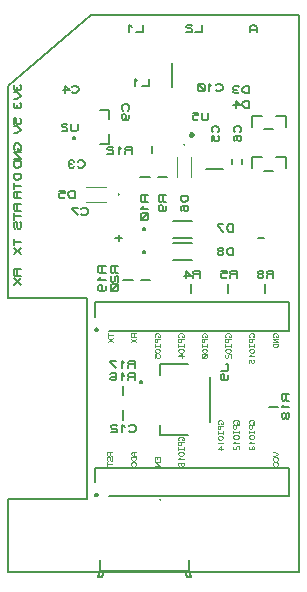
<source format=gbr>
G04 PROTEUS GERBER X2 FILE*
%TF.GenerationSoftware,Labcenter,Proteus,8.16-SP3-Build36097*%
%TF.CreationDate,2024-09-26T16:34:03+00:00*%
%TF.FileFunction,Legend,Bot*%
%TF.FilePolarity,Positive*%
%TF.Part,Single*%
%TF.SameCoordinates,{f118cff8-fadb-4bc5-a17f-1c91f2e22e42}*%
%FSLAX45Y45*%
%MOMM*%
G01*
%TA.AperFunction,Material*%
%ADD62C,0.200000*%
%ADD63C,0.177800*%
%ADD64C,0.127000*%
%ADD66C,0.100000*%
%ADD68C,0.250000*%
%TA.AperFunction,NonMaterial*%
%ADD65C,0.127000*%
%ADD67C,0.076200*%
%TA.AperFunction,Profile*%
%ADD41C,0.177800*%
%TD.AperFunction*%
D62*
X+877000Y+3058000D02*
X+877000Y+2978000D01*
D63*
X+949952Y+3109494D02*
X+949952Y+3170454D01*
X+902327Y+3170454D01*
X+892802Y+3160294D01*
X+892802Y+3150134D01*
X+902327Y+3139974D01*
X+949952Y+3139974D01*
X+902327Y+3139974D02*
X+892802Y+3129814D01*
X+892802Y+3109494D01*
X+816602Y+3129814D02*
X+873752Y+3129814D01*
X+835652Y+3170454D01*
X+835652Y+3109494D01*
D62*
X+1190000Y+3058000D02*
X+1190000Y+2978000D01*
D63*
X+1262478Y+3109916D02*
X+1262478Y+3170876D01*
X+1214853Y+3170876D01*
X+1205328Y+3160716D01*
X+1205328Y+3150556D01*
X+1214853Y+3140396D01*
X+1262478Y+3140396D01*
X+1214853Y+3140396D02*
X+1205328Y+3130236D01*
X+1205328Y+3109916D01*
X+1129128Y+3170876D02*
X+1176753Y+3170876D01*
X+1176753Y+3150556D01*
X+1138653Y+3150556D01*
X+1129128Y+3140396D01*
X+1129128Y+3120076D01*
X+1138653Y+3109916D01*
X+1167228Y+3109916D01*
X+1176753Y+3120076D01*
D62*
X+1503000Y+2978000D02*
X+1503000Y+3058000D01*
D63*
X+1572200Y+3109516D02*
X+1572200Y+3170476D01*
X+1524575Y+3170476D01*
X+1515050Y+3160316D01*
X+1515050Y+3150156D01*
X+1524575Y+3139996D01*
X+1572200Y+3139996D01*
X+1524575Y+3139996D02*
X+1515050Y+3129836D01*
X+1515050Y+3109516D01*
X+1476950Y+3139996D02*
X+1486475Y+3150156D01*
X+1486475Y+3160316D01*
X+1476950Y+3170476D01*
X+1448375Y+3170476D01*
X+1438850Y+3160316D01*
X+1438850Y+3150156D01*
X+1448375Y+3139996D01*
X+1476950Y+3139996D01*
X+1486475Y+3129836D01*
X+1486475Y+3119676D01*
X+1476950Y+3109516D01*
X+1448375Y+3109516D01*
X+1438850Y+3119676D01*
X+1438850Y+3129836D01*
X+1448375Y+3139996D01*
X+1389200Y+4480440D02*
X+1478100Y+4480440D01*
X+1495880Y+4368680D02*
X+1567000Y+4368680D01*
X+1389200Y+4480440D02*
X+1389200Y+4389000D01*
X+1678760Y+4386460D02*
X+1678760Y+4480440D01*
X+1592400Y+4480440D01*
X+1367040Y+4672270D02*
X+1367040Y+4733230D01*
X+1328940Y+4733230D01*
X+1309890Y+4712910D01*
X+1309890Y+4692590D01*
X+1328940Y+4672270D01*
X+1367040Y+4672270D01*
X+1281315Y+4723070D02*
X+1271790Y+4733230D01*
X+1243215Y+4733230D01*
X+1233690Y+4723070D01*
X+1233690Y+4712910D01*
X+1243215Y+4702750D01*
X+1233690Y+4692590D01*
X+1233690Y+4682430D01*
X+1243215Y+4672270D01*
X+1271790Y+4672270D01*
X+1281315Y+4682430D01*
X+1262265Y+4702750D02*
X+1243215Y+4702750D01*
X+1389200Y+4130940D02*
X+1478100Y+4130940D01*
X+1495880Y+4019180D02*
X+1567000Y+4019180D01*
X+1389200Y+4130940D02*
X+1389200Y+4039500D01*
X+1678760Y+4036960D02*
X+1678760Y+4130940D01*
X+1592400Y+4130940D01*
X+1367040Y+4550770D02*
X+1367040Y+4611730D01*
X+1328940Y+4611730D01*
X+1309890Y+4591410D01*
X+1309890Y+4571090D01*
X+1328940Y+4550770D01*
X+1367040Y+4550770D01*
X+1233690Y+4571090D02*
X+1290840Y+4571090D01*
X+1252740Y+4611730D01*
X+1252740Y+4550770D01*
D64*
X+105000Y+4246596D02*
X+182008Y+4246596D01*
X+182008Y+4326606D01*
X+182008Y+4532600D02*
X+182008Y+4452590D01*
X+182008Y+4532600D02*
X+105000Y+4532600D01*
D62*
X-108000Y+4294602D02*
X-108036Y+4295475D01*
X-108332Y+4297222D01*
X-108951Y+4298969D01*
X-109964Y+4300716D01*
X-111512Y+4302439D01*
X-113259Y+4303700D01*
X-115006Y+4304504D01*
X-116753Y+4304956D01*
X-118500Y+4305102D01*
X-129000Y+4294602D02*
X-128964Y+4295475D01*
X-128668Y+4297222D01*
X-128049Y+4298969D01*
X-127036Y+4300716D01*
X-125488Y+4302439D01*
X-123741Y+4303700D01*
X-121994Y+4304504D01*
X-120247Y+4304956D01*
X-118500Y+4305102D01*
X-129000Y+4294602D02*
X-128964Y+4293729D01*
X-128668Y+4291982D01*
X-128049Y+4290235D01*
X-127036Y+4288488D01*
X-125488Y+4286765D01*
X-123741Y+4285504D01*
X-121994Y+4284700D01*
X-120247Y+4284248D01*
X-118500Y+4284102D01*
X-108000Y+4294602D02*
X-108036Y+4293729D01*
X-108332Y+4291982D01*
X-108951Y+4290235D01*
X-109964Y+4288488D01*
X-111512Y+4286765D01*
X-113259Y+4285504D01*
X-115006Y+4284700D01*
X-116753Y+4284248D01*
X-118500Y+4284102D01*
D63*
X-86550Y+4414526D02*
X-86550Y+4363726D01*
X-96075Y+4353566D01*
X-134175Y+4353566D01*
X-143700Y+4363726D01*
X-143700Y+4414526D01*
X-172275Y+4404366D02*
X-181800Y+4414526D01*
X-210375Y+4414526D01*
X-219900Y+4404366D01*
X-219900Y+4394206D01*
X-210375Y+4384046D01*
X-181800Y+4384046D01*
X-172275Y+4373886D01*
X-172275Y+4353566D01*
X-219900Y+4353566D01*
X-83950Y+4054480D02*
X-74425Y+4044320D01*
X-45850Y+4044320D01*
X-26800Y+4064640D01*
X-26800Y+4084960D01*
X-45850Y+4105280D01*
X-74425Y+4105280D01*
X-83950Y+4095120D01*
X-112525Y+4095120D02*
X-122050Y+4105280D01*
X-150625Y+4105280D01*
X-160150Y+4095120D01*
X-160150Y+4084960D01*
X-150625Y+4074800D01*
X-160150Y+4064640D01*
X-160150Y+4054480D01*
X-150625Y+4044320D01*
X-122050Y+4044320D01*
X-112525Y+4054480D01*
X-131575Y+4074800D02*
X-150625Y+4074800D01*
X-133950Y+4686880D02*
X-124425Y+4676720D01*
X-95850Y+4676720D01*
X-76800Y+4697040D01*
X-76800Y+4717360D01*
X-95850Y+4737680D01*
X-124425Y+4737680D01*
X-133950Y+4727520D01*
X-210150Y+4697040D02*
X-153000Y+4697040D01*
X-191100Y+4737680D01*
X-191100Y+4676720D01*
X-55950Y+3652480D02*
X-46425Y+3642320D01*
X-17850Y+3642320D01*
X+1200Y+3662640D01*
X+1200Y+3682960D01*
X-17850Y+3703280D01*
X-46425Y+3703280D01*
X-55950Y+3693120D01*
X-84525Y+3703280D02*
X-132150Y+3703280D01*
X-132150Y+3693120D01*
X-84525Y+3642320D01*
X+1305640Y+4071780D02*
X+1305640Y+4117500D01*
X+1224360Y+4071780D02*
X+1224360Y+4117500D01*
X+1287080Y+4343050D02*
X+1297240Y+4352575D01*
X+1297240Y+4381150D01*
X+1276920Y+4400200D01*
X+1256600Y+4400200D01*
X+1236280Y+4381150D01*
X+1236280Y+4352575D01*
X+1246440Y+4343050D01*
X+1246440Y+4266850D02*
X+1236280Y+4276375D01*
X+1236280Y+4304950D01*
X+1246440Y+4314475D01*
X+1287080Y+4314475D01*
X+1297240Y+4304950D01*
X+1297240Y+4276375D01*
X+1287080Y+4266850D01*
X+1276920Y+4266850D01*
X+1266760Y+4276375D01*
X+1266760Y+4314475D01*
D62*
X+444000Y+3965800D02*
X+524000Y+3965800D01*
D63*
X+514280Y+3810100D02*
X+453320Y+3810100D01*
X+453320Y+3762475D01*
X+463480Y+3752950D01*
X+473640Y+3752950D01*
X+483800Y+3762475D01*
X+483800Y+3810100D01*
X+483800Y+3762475D02*
X+493960Y+3752950D01*
X+514280Y+3752950D01*
X+473640Y+3714850D02*
X+453320Y+3695800D01*
X+514280Y+3695800D01*
X+504120Y+3657700D02*
X+463480Y+3657700D01*
X+453320Y+3648175D01*
X+453320Y+3610075D01*
X+463480Y+3600550D01*
X+504120Y+3600550D01*
X+514280Y+3610075D01*
X+514280Y+3648175D01*
X+504120Y+3657700D01*
X+514280Y+3657700D02*
X+453320Y+3600550D01*
D64*
X+722000Y+3595000D02*
X+882000Y+3595000D01*
X+722000Y+3451000D02*
X+882000Y+3451000D01*
D62*
X+487000Y+3523000D02*
X+486964Y+3523873D01*
X+486668Y+3525620D01*
X+486049Y+3527367D01*
X+485036Y+3529114D01*
X+483488Y+3530837D01*
X+481741Y+3532098D01*
X+479994Y+3532902D01*
X+478247Y+3533354D01*
X+476500Y+3533500D01*
X+466000Y+3523000D02*
X+466036Y+3523873D01*
X+466332Y+3525620D01*
X+466951Y+3527367D01*
X+467964Y+3529114D01*
X+469512Y+3530837D01*
X+471259Y+3532098D01*
X+473006Y+3532902D01*
X+474753Y+3533354D01*
X+476500Y+3533500D01*
X+466000Y+3523000D02*
X+466036Y+3522127D01*
X+466332Y+3520380D01*
X+466951Y+3518633D01*
X+467964Y+3516886D01*
X+469512Y+3515163D01*
X+471259Y+3513902D01*
X+473006Y+3513098D01*
X+474753Y+3512646D01*
X+476500Y+3512500D01*
X+487000Y+3523000D02*
X+486964Y+3522127D01*
X+486668Y+3520380D01*
X+486049Y+3518633D01*
X+485036Y+3516886D01*
X+483488Y+3515163D01*
X+481741Y+3513902D01*
X+479994Y+3513098D01*
X+478247Y+3512646D01*
X+476500Y+3512500D01*
D63*
X+1232200Y+3501540D02*
X+1232200Y+3562500D01*
X+1194100Y+3562500D01*
X+1175050Y+3542180D01*
X+1175050Y+3521860D01*
X+1194100Y+3501540D01*
X+1232200Y+3501540D01*
X+1146475Y+3562500D02*
X+1098850Y+3562500D01*
X+1098850Y+3552340D01*
X+1146475Y+3501540D01*
D66*
X+754000Y+3967000D02*
X+754000Y+4137000D01*
X+878000Y+3967000D02*
X+878000Y+4137000D01*
X+806000Y+4242000D02*
X+811000Y+4237000D01*
X+816000Y+4242000D01*
X+811000Y+4247000D01*
X+806000Y+4242000D01*
D63*
X+847480Y+3807529D02*
X+786520Y+3807529D01*
X+786520Y+3769429D01*
X+806840Y+3750379D01*
X+827160Y+3750379D01*
X+847480Y+3769429D01*
X+847480Y+3807529D01*
X+796680Y+3674179D02*
X+786520Y+3683704D01*
X+786520Y+3712279D01*
X+796680Y+3721804D01*
X+837320Y+3721804D01*
X+847480Y+3712279D01*
X+847480Y+3683704D01*
X+837320Y+3674179D01*
X+827160Y+3674179D01*
X+817000Y+3683704D01*
X+817000Y+3721804D01*
D62*
X+593974Y+3966307D02*
X+673974Y+3966307D01*
D63*
X+663628Y+3810507D02*
X+602668Y+3810507D01*
X+602668Y+3762882D01*
X+612828Y+3753357D01*
X+622988Y+3753357D01*
X+633148Y+3762882D01*
X+633148Y+3810507D01*
X+633148Y+3762882D02*
X+643308Y+3753357D01*
X+663628Y+3753357D01*
X+622988Y+3677157D02*
X+633148Y+3686682D01*
X+633148Y+3715257D01*
X+622988Y+3724782D01*
X+612828Y+3724782D01*
X+602668Y+3715257D01*
X+602668Y+3686682D01*
X+612828Y+3677157D01*
X+653468Y+3677157D01*
X+663628Y+3686682D01*
X+663628Y+3715257D01*
D68*
X+888000Y+4321000D02*
X+887955Y+4322080D01*
X+887589Y+4324242D01*
X+886824Y+4326404D01*
X+885571Y+4328566D01*
X+883657Y+4330698D01*
X+881495Y+4332261D01*
X+879333Y+4333257D01*
X+877171Y+4333817D01*
X+875009Y+4334000D01*
X+875000Y+4334000D01*
X+862000Y+4321000D02*
X+862045Y+4322080D01*
X+862411Y+4324242D01*
X+863176Y+4326404D01*
X+864429Y+4328566D01*
X+866343Y+4330698D01*
X+868505Y+4332261D01*
X+870667Y+4333257D01*
X+872829Y+4333817D01*
X+874991Y+4334000D01*
X+875000Y+4334000D01*
X+862000Y+4321000D02*
X+862045Y+4319920D01*
X+862411Y+4317758D01*
X+863176Y+4315596D01*
X+864429Y+4313434D01*
X+866343Y+4311302D01*
X+868505Y+4309739D01*
X+870667Y+4308743D01*
X+872829Y+4308183D01*
X+874991Y+4308000D01*
X+875000Y+4308000D01*
X+888000Y+4321000D02*
X+887955Y+4319920D01*
X+887589Y+4317758D01*
X+886824Y+4315596D01*
X+885571Y+4313434D01*
X+883657Y+4311302D01*
X+881495Y+4309739D01*
X+879333Y+4308743D01*
X+877171Y+4308183D01*
X+875009Y+4308000D01*
X+875000Y+4308000D01*
D63*
X+1021523Y+4508636D02*
X+1021523Y+4457836D01*
X+1011998Y+4447676D01*
X+973898Y+4447676D01*
X+964373Y+4457836D01*
X+964373Y+4508636D01*
X+888173Y+4508636D02*
X+935798Y+4508636D01*
X+935798Y+4488316D01*
X+897698Y+4488316D01*
X+888173Y+4478156D01*
X+888173Y+4457836D01*
X+897698Y+4447676D01*
X+926273Y+4447676D01*
X+935798Y+4457836D01*
X+341120Y+4527050D02*
X+351280Y+4536575D01*
X+351280Y+4565150D01*
X+330960Y+4584200D01*
X+310640Y+4584200D01*
X+290320Y+4565150D01*
X+290320Y+4536575D01*
X+300480Y+4527050D01*
X+310640Y+4450850D02*
X+320800Y+4460375D01*
X+320800Y+4488950D01*
X+310640Y+4498475D01*
X+300480Y+4498475D01*
X+290320Y+4488950D01*
X+290320Y+4460375D01*
X+300480Y+4450850D01*
X+341120Y+4450850D01*
X+351280Y+4460375D01*
X+351280Y+4488950D01*
X+1084150Y+4701480D02*
X+1093675Y+4691320D01*
X+1122250Y+4691320D01*
X+1141300Y+4711640D01*
X+1141300Y+4731960D01*
X+1122250Y+4752280D01*
X+1093675Y+4752280D01*
X+1084150Y+4742120D01*
X+1046050Y+4731960D02*
X+1027000Y+4752280D01*
X+1027000Y+4691320D01*
X+988900Y+4701480D02*
X+988900Y+4742120D01*
X+979375Y+4752280D01*
X+941275Y+4752280D01*
X+931750Y+4742120D01*
X+931750Y+4701480D01*
X+941275Y+4691320D01*
X+979375Y+4691320D01*
X+988900Y+4701480D01*
X+988900Y+4691320D02*
X+931750Y+4752280D01*
D62*
X+542000Y+4164000D02*
X+542000Y+4224000D01*
D63*
X+376300Y+4160720D02*
X+376300Y+4221680D01*
X+328675Y+4221680D01*
X+319150Y+4211520D01*
X+319150Y+4201360D01*
X+328675Y+4191200D01*
X+376300Y+4191200D01*
X+328675Y+4191200D02*
X+319150Y+4181040D01*
X+319150Y+4160720D01*
X+281050Y+4201360D02*
X+262000Y+4221680D01*
X+262000Y+4160720D01*
X+214375Y+4211520D02*
X+204850Y+4221680D01*
X+176275Y+4221680D01*
X+166750Y+4211520D01*
X+166750Y+4201360D01*
X+176275Y+4191200D01*
X+204850Y+4191200D01*
X+214375Y+4181040D01*
X+214375Y+4160720D01*
X+166750Y+4160720D01*
D62*
X+1145000Y+4036000D02*
X+1005000Y+4036000D01*
D63*
X+1098979Y+4341579D02*
X+1109139Y+4351104D01*
X+1109139Y+4379679D01*
X+1088819Y+4398729D01*
X+1068499Y+4398729D01*
X+1048179Y+4379679D01*
X+1048179Y+4351104D01*
X+1058339Y+4341579D01*
X+1048179Y+4265379D02*
X+1048179Y+4313004D01*
X+1068499Y+4313004D01*
X+1068499Y+4274904D01*
X+1078659Y+4265379D01*
X+1098979Y+4265379D01*
X+1109139Y+4274904D01*
X+1109139Y+4303479D01*
X+1098979Y+4313004D01*
D62*
X+183327Y+1262060D02*
X+1702327Y+1262060D01*
X+63327Y+1382060D02*
X+63327Y+1502060D01*
X+1703327Y+1262060D02*
X+1703327Y+1502060D01*
X+83335Y+1272060D02*
X+83300Y+1272892D01*
X+83018Y+1274557D01*
X+82428Y+1276222D01*
X+81463Y+1277887D01*
X+79987Y+1279528D01*
X+78322Y+1280730D01*
X+76657Y+1281495D01*
X+74992Y+1281925D01*
X+73331Y+1282064D01*
X+63327Y+1272060D02*
X+63362Y+1272892D01*
X+63644Y+1274557D01*
X+64234Y+1276222D01*
X+65199Y+1277887D01*
X+66675Y+1279528D01*
X+68340Y+1280730D01*
X+70005Y+1281495D01*
X+71670Y+1281925D01*
X+73331Y+1282064D01*
X+63327Y+1272060D02*
X+63362Y+1271228D01*
X+63644Y+1269563D01*
X+64234Y+1267898D01*
X+65199Y+1266233D01*
X+66675Y+1264592D01*
X+68340Y+1263390D01*
X+70005Y+1262625D01*
X+71670Y+1262195D01*
X+73331Y+1262056D01*
X+83335Y+1272060D02*
X+83300Y+1271228D01*
X+83018Y+1269563D01*
X+82428Y+1267898D01*
X+81463Y+1266233D01*
X+79987Y+1264592D01*
X+78322Y+1263390D01*
X+76657Y+1262625D01*
X+74992Y+1262195D01*
X+73331Y+1262056D01*
X+63327Y+1502060D02*
X+1702327Y+1502060D01*
X+183327Y+2661677D02*
X+1702327Y+2661677D01*
X+63327Y+2781677D02*
X+63327Y+2901677D01*
X+1703327Y+2661677D02*
X+1703327Y+2901677D01*
X+83335Y+2671677D02*
X+83300Y+2672509D01*
X+83018Y+2674174D01*
X+82428Y+2675839D01*
X+81463Y+2677504D01*
X+79987Y+2679145D01*
X+78322Y+2680347D01*
X+76657Y+2681112D01*
X+74992Y+2681542D01*
X+73331Y+2681681D01*
X+63327Y+2671677D02*
X+63362Y+2672509D01*
X+63644Y+2674174D01*
X+64234Y+2675839D01*
X+65199Y+2677504D01*
X+66675Y+2679145D01*
X+68340Y+2680347D01*
X+70005Y+2681112D01*
X+71670Y+2681542D01*
X+73331Y+2681681D01*
X+63327Y+2671677D02*
X+63362Y+2670845D01*
X+63644Y+2669180D01*
X+64234Y+2667515D01*
X+65199Y+2665850D01*
X+66675Y+2664209D01*
X+68340Y+2663007D01*
X+70005Y+2662242D01*
X+71670Y+2661812D01*
X+73331Y+2661673D01*
X+83335Y+2671677D02*
X+83300Y+2670845D01*
X+83018Y+2669180D01*
X+82428Y+2667515D01*
X+81463Y+2665850D01*
X+79987Y+2664209D01*
X+78322Y+2663007D01*
X+76657Y+2662242D01*
X+74992Y+2661812D01*
X+73331Y+2661673D01*
X+63327Y+2901677D02*
X+1702327Y+2901677D01*
X+710000Y+4926000D02*
X+710000Y+4726000D01*
D63*
X+516200Y+4796961D02*
X+516200Y+4736001D01*
X+459050Y+4736001D01*
X+420950Y+4776641D02*
X+401900Y+4796961D01*
X+401900Y+4736001D01*
D65*
X+467284Y+5252796D02*
X+467284Y+5191836D01*
X+410134Y+5191836D01*
X+372034Y+5232476D02*
X+352984Y+5252796D01*
X+352984Y+5191836D01*
X+969050Y+5252480D02*
X+969050Y+5191520D01*
X+911900Y+5191520D01*
X+883325Y+5242320D02*
X+873800Y+5252480D01*
X+845225Y+5252480D01*
X+835700Y+5242320D01*
X+835700Y+5232160D01*
X+845225Y+5222000D01*
X+873800Y+5222000D01*
X+883325Y+5211840D01*
X+883325Y+5191520D01*
X+835700Y+5191520D01*
X+1430000Y+5191520D02*
X+1430000Y+5232160D01*
X+1410950Y+5252480D01*
X+1391900Y+5252480D01*
X+1372850Y+5232160D01*
X+1372850Y+5191520D01*
X+1430000Y+5211840D02*
X+1372850Y+5211840D01*
X+291854Y+3450530D02*
X+234704Y+3450530D01*
X+263279Y+3475930D02*
X+263279Y+3425130D01*
D66*
X-15000Y+3878000D02*
X+155000Y+3878000D01*
X-15000Y+3754000D02*
X+155000Y+3754000D01*
X+260000Y+3826000D02*
X+255000Y+3821000D01*
X+260000Y+3816000D01*
X+265000Y+3821000D01*
X+260000Y+3826000D01*
D63*
X-108800Y+3788320D02*
X-108800Y+3849280D01*
X-146900Y+3849280D01*
X-165950Y+3828960D01*
X-165950Y+3808640D01*
X-146900Y+3788320D01*
X-108800Y+3788320D01*
X-242150Y+3849280D02*
X-194525Y+3849280D01*
X-194525Y+3828960D01*
X-232625Y+3828960D01*
X-242150Y+3818800D01*
X-242150Y+3798480D01*
X-232625Y+3788320D01*
X-204050Y+3788320D01*
X-194525Y+3798480D01*
D66*
X+610000Y+1241000D02*
X+615000Y+1236000D01*
X+610000Y+1231000D01*
X+605000Y+1236000D01*
X+610000Y+1241000D01*
D62*
X+855000Y+721000D02*
X+855000Y+632000D01*
X+105000Y+632000D01*
X+105000Y+721000D01*
X+105000Y+632000D02*
X+87000Y+580000D01*
X+120000Y+580000D01*
X+140000Y+632000D01*
X+855000Y+632000D02*
X+873000Y+581000D01*
X+840000Y+580000D01*
X+820000Y+632000D01*
D64*
X+613000Y+2380000D02*
X+613000Y+2292000D01*
X+613000Y+1868000D02*
X+613000Y+1780000D01*
X+845000Y+1780000D01*
X+1037000Y+2268000D02*
X+1037000Y+1892000D01*
X+845000Y+2380000D02*
X+613000Y+2380000D01*
D62*
X+460000Y+2230000D02*
X+459965Y+2230831D01*
X+459684Y+2232495D01*
X+459094Y+2234159D01*
X+458130Y+2235823D01*
X+456655Y+2237464D01*
X+454991Y+2238665D01*
X+453327Y+2239430D01*
X+451663Y+2239861D01*
X+450000Y+2240000D01*
X+440000Y+2230000D02*
X+440035Y+2230831D01*
X+440316Y+2232495D01*
X+440906Y+2234159D01*
X+441870Y+2235823D01*
X+443345Y+2237464D01*
X+445009Y+2238665D01*
X+446673Y+2239430D01*
X+448337Y+2239861D01*
X+450000Y+2240000D01*
X+440000Y+2230000D02*
X+440035Y+2229169D01*
X+440316Y+2227505D01*
X+440906Y+2225841D01*
X+441870Y+2224177D01*
X+443345Y+2222536D01*
X+445009Y+2221335D01*
X+446673Y+2220570D01*
X+448337Y+2220139D01*
X+450000Y+2220000D01*
X+460000Y+2230000D02*
X+459965Y+2229169D01*
X+459684Y+2227505D01*
X+459094Y+2225841D01*
X+458130Y+2224177D01*
X+456655Y+2222536D01*
X+454991Y+2221335D01*
X+453327Y+2220570D01*
X+451663Y+2220139D01*
X+450000Y+2220000D01*
D63*
X+1167535Y+2380025D02*
X+1177695Y+2380025D01*
X+1187855Y+2370500D01*
X+1187855Y+2332400D01*
X+1177695Y+2322875D01*
X+1126895Y+2322875D01*
X+1147215Y+2246675D02*
X+1157375Y+2256200D01*
X+1157375Y+2284775D01*
X+1147215Y+2294300D01*
X+1137055Y+2294300D01*
X+1126895Y+2284775D01*
X+1126895Y+2256200D01*
X+1137055Y+2246675D01*
X+1177695Y+2246675D01*
X+1187855Y+2256200D01*
X+1187855Y+2284775D01*
D62*
X+300000Y+1910000D02*
X+300000Y+1990000D01*
D63*
X+401300Y+2242720D02*
X+401300Y+2303680D01*
X+353675Y+2303680D01*
X+344150Y+2293520D01*
X+344150Y+2283360D01*
X+353675Y+2273200D01*
X+401300Y+2273200D01*
X+353675Y+2273200D02*
X+344150Y+2263040D01*
X+344150Y+2242720D01*
X+306050Y+2283360D02*
X+287000Y+2303680D01*
X+287000Y+2242720D01*
X+191750Y+2293520D02*
X+201275Y+2303680D01*
X+229850Y+2303680D01*
X+239375Y+2293520D01*
X+239375Y+2252880D01*
X+229850Y+2242720D01*
X+201275Y+2242720D01*
X+191750Y+2252880D01*
X+191750Y+2263040D01*
X+201275Y+2273200D01*
X+239375Y+2273200D01*
D62*
X+300000Y+2115000D02*
X+300000Y+2195000D01*
D63*
X+401674Y+2347998D02*
X+401674Y+2408958D01*
X+354049Y+2408958D01*
X+344524Y+2398798D01*
X+344524Y+2388638D01*
X+354049Y+2378478D01*
X+401674Y+2378478D01*
X+354049Y+2378478D02*
X+344524Y+2368318D01*
X+344524Y+2347998D01*
X+306424Y+2388638D02*
X+287374Y+2408958D01*
X+287374Y+2347998D01*
X+239749Y+2408958D02*
X+192124Y+2408958D01*
X+192124Y+2398798D01*
X+239749Y+2347998D01*
D67*
X+1595720Y+2618410D02*
X+1595720Y+2607615D01*
X+1610960Y+2607615D01*
X+1610960Y+2629205D01*
X+1595720Y+2640000D01*
X+1580480Y+2640000D01*
X+1565240Y+2629205D01*
X+1565240Y+2613013D01*
X+1572860Y+2607615D01*
X+1610960Y+2596820D02*
X+1565240Y+2596820D01*
X+1610960Y+2564435D01*
X+1565240Y+2564435D01*
X+1610960Y+2553640D02*
X+1565240Y+2553640D01*
X+1565240Y+2532050D01*
X+1580480Y+2521255D01*
X+1595720Y+2521255D01*
X+1610960Y+2532050D01*
X+1610960Y+2553640D01*
X+1395720Y+2618410D02*
X+1395720Y+2607615D01*
X+1410960Y+2607615D01*
X+1410960Y+2629205D01*
X+1395720Y+2640000D01*
X+1380480Y+2640000D01*
X+1365240Y+2629205D01*
X+1365240Y+2613013D01*
X+1372860Y+2607615D01*
X+1410960Y+2596820D02*
X+1365240Y+2596820D01*
X+1365240Y+2569833D01*
X+1372860Y+2564435D01*
X+1380480Y+2564435D01*
X+1388100Y+2569833D01*
X+1388100Y+2596820D01*
X+1365240Y+2548243D02*
X+1365240Y+2526653D01*
X+1365240Y+2537448D02*
X+1410960Y+2537448D01*
X+1410960Y+2548243D02*
X+1410960Y+2526653D01*
X+1380480Y+2510460D02*
X+1365240Y+2499665D01*
X+1365240Y+2488870D01*
X+1380480Y+2478075D01*
X+1395720Y+2478075D01*
X+1410960Y+2488870D01*
X+1410960Y+2499665D01*
X+1395720Y+2510460D01*
X+1380480Y+2510460D01*
X+1380480Y+2456485D02*
X+1365240Y+2445690D01*
X+1410960Y+2445690D01*
X+1365240Y+2391715D02*
X+1365240Y+2418703D01*
X+1380480Y+2418703D01*
X+1380480Y+2397113D01*
X+1388100Y+2391715D01*
X+1403340Y+2391715D01*
X+1410960Y+2397113D01*
X+1410960Y+2413305D01*
X+1403340Y+2418703D01*
X+1195720Y+2618410D02*
X+1195720Y+2607615D01*
X+1210960Y+2607615D01*
X+1210960Y+2629205D01*
X+1195720Y+2640000D01*
X+1180480Y+2640000D01*
X+1165240Y+2629205D01*
X+1165240Y+2613013D01*
X+1172860Y+2607615D01*
X+1210960Y+2596820D02*
X+1165240Y+2596820D01*
X+1165240Y+2569833D01*
X+1172860Y+2564435D01*
X+1180480Y+2564435D01*
X+1188100Y+2569833D01*
X+1188100Y+2596820D01*
X+1165240Y+2548243D02*
X+1165240Y+2526653D01*
X+1165240Y+2537448D02*
X+1210960Y+2537448D01*
X+1210960Y+2548243D02*
X+1210960Y+2526653D01*
X+1180480Y+2510460D02*
X+1165240Y+2499665D01*
X+1165240Y+2488870D01*
X+1180480Y+2478075D01*
X+1195720Y+2478075D01*
X+1210960Y+2488870D01*
X+1210960Y+2499665D01*
X+1195720Y+2510460D01*
X+1180480Y+2510460D01*
X+1172860Y+2461883D02*
X+1165240Y+2456485D01*
X+1165240Y+2440293D01*
X+1172860Y+2434895D01*
X+1180480Y+2434895D01*
X+1188100Y+2440293D01*
X+1188100Y+2456485D01*
X+1195720Y+2461883D01*
X+1210960Y+2461883D01*
X+1210960Y+2434895D01*
X+995720Y+2618410D02*
X+995720Y+2607615D01*
X+1010960Y+2607615D01*
X+1010960Y+2629205D01*
X+995720Y+2640000D01*
X+980480Y+2640000D01*
X+965240Y+2629205D01*
X+965240Y+2613013D01*
X+972860Y+2607615D01*
X+1010960Y+2596820D02*
X+965240Y+2596820D01*
X+965240Y+2569833D01*
X+972860Y+2564435D01*
X+980480Y+2564435D01*
X+988100Y+2569833D01*
X+988100Y+2596820D01*
X+965240Y+2548243D02*
X+965240Y+2526653D01*
X+965240Y+2537448D02*
X+1010960Y+2537448D01*
X+1010960Y+2548243D02*
X+1010960Y+2526653D01*
X+980480Y+2510460D02*
X+965240Y+2499665D01*
X+965240Y+2488870D01*
X+980480Y+2478075D01*
X+995720Y+2478075D01*
X+1010960Y+2488870D01*
X+1010960Y+2499665D01*
X+995720Y+2510460D01*
X+980480Y+2510460D01*
X+1003340Y+2467280D02*
X+972860Y+2467280D01*
X+965240Y+2461883D01*
X+965240Y+2440293D01*
X+972860Y+2434895D01*
X+1003340Y+2434895D01*
X+1010960Y+2440293D01*
X+1010960Y+2461883D01*
X+1003340Y+2467280D01*
X+1010960Y+2467280D02*
X+965240Y+2434895D01*
X+795720Y+2618410D02*
X+795720Y+2607615D01*
X+810960Y+2607615D01*
X+810960Y+2629205D01*
X+795720Y+2640000D01*
X+780480Y+2640000D01*
X+765240Y+2629205D01*
X+765240Y+2613013D01*
X+772860Y+2607615D01*
X+810960Y+2596820D02*
X+765240Y+2596820D01*
X+765240Y+2569833D01*
X+772860Y+2564435D01*
X+780480Y+2564435D01*
X+788100Y+2569833D01*
X+788100Y+2596820D01*
X+765240Y+2548243D02*
X+765240Y+2526653D01*
X+765240Y+2537448D02*
X+810960Y+2537448D01*
X+810960Y+2548243D02*
X+810960Y+2526653D01*
X+780480Y+2510460D02*
X+765240Y+2499665D01*
X+765240Y+2488870D01*
X+780480Y+2478075D01*
X+795720Y+2478075D01*
X+810960Y+2488870D01*
X+810960Y+2499665D01*
X+795720Y+2510460D01*
X+780480Y+2510460D01*
X+795720Y+2434895D02*
X+795720Y+2467280D01*
X+765240Y+2445690D01*
X+810960Y+2445690D01*
X+595720Y+2618410D02*
X+595720Y+2607615D01*
X+610960Y+2607615D01*
X+610960Y+2629205D01*
X+595720Y+2640000D01*
X+580480Y+2640000D01*
X+565240Y+2629205D01*
X+565240Y+2613013D01*
X+572860Y+2607615D01*
X+610960Y+2596820D02*
X+565240Y+2596820D01*
X+565240Y+2569833D01*
X+572860Y+2564435D01*
X+580480Y+2564435D01*
X+588100Y+2569833D01*
X+588100Y+2596820D01*
X+565240Y+2548243D02*
X+565240Y+2526653D01*
X+565240Y+2537448D02*
X+610960Y+2537448D01*
X+610960Y+2548243D02*
X+610960Y+2526653D01*
X+580480Y+2510460D02*
X+565240Y+2499665D01*
X+565240Y+2488870D01*
X+580480Y+2478075D01*
X+595720Y+2478075D01*
X+610960Y+2488870D01*
X+610960Y+2499665D01*
X+595720Y+2510460D01*
X+580480Y+2510460D01*
X+565240Y+2434895D02*
X+565240Y+2461883D01*
X+580480Y+2461883D01*
X+580480Y+2440293D01*
X+588100Y+2434895D01*
X+603340Y+2434895D01*
X+610960Y+2440293D01*
X+610960Y+2456485D01*
X+603340Y+2461883D01*
X+410960Y+2640000D02*
X+365240Y+2640000D01*
X+365240Y+2613013D01*
X+372860Y+2607615D01*
X+380480Y+2607615D01*
X+388100Y+2613013D01*
X+388100Y+2640000D01*
X+388100Y+2613013D02*
X+395720Y+2607615D01*
X+410960Y+2607615D01*
X+365240Y+2596820D02*
X+410960Y+2564435D01*
X+410960Y+2596820D02*
X+365240Y+2564435D01*
X+1565240Y+1638500D02*
X+1588100Y+1638500D01*
X+1610960Y+1622308D01*
X+1588100Y+1606115D01*
X+1565240Y+1606115D01*
X+1603340Y+1562935D02*
X+1610960Y+1568333D01*
X+1610960Y+1584525D01*
X+1595720Y+1595320D01*
X+1580480Y+1595320D01*
X+1565240Y+1584525D01*
X+1565240Y+1568333D01*
X+1572860Y+1562935D01*
X+1603340Y+1519755D02*
X+1610960Y+1525153D01*
X+1610960Y+1541345D01*
X+1595720Y+1552140D01*
X+1580480Y+1552140D01*
X+1565240Y+1541345D01*
X+1565240Y+1525153D01*
X+1572860Y+1519755D01*
X+1395720Y+1886210D02*
X+1395720Y+1875415D01*
X+1410960Y+1875415D01*
X+1410960Y+1897005D01*
X+1395720Y+1907800D01*
X+1380480Y+1907800D01*
X+1365240Y+1897005D01*
X+1365240Y+1880813D01*
X+1372860Y+1875415D01*
X+1410960Y+1864620D02*
X+1365240Y+1864620D01*
X+1365240Y+1837633D01*
X+1372860Y+1832235D01*
X+1380480Y+1832235D01*
X+1388100Y+1837633D01*
X+1388100Y+1864620D01*
X+1365240Y+1816043D02*
X+1365240Y+1794453D01*
X+1365240Y+1805248D02*
X+1410960Y+1805248D01*
X+1410960Y+1816043D02*
X+1410960Y+1794453D01*
X+1380480Y+1778260D02*
X+1365240Y+1767465D01*
X+1365240Y+1756670D01*
X+1380480Y+1745875D01*
X+1395720Y+1745875D01*
X+1410960Y+1756670D01*
X+1410960Y+1767465D01*
X+1395720Y+1778260D01*
X+1380480Y+1778260D01*
X+1380480Y+1724285D02*
X+1365240Y+1713490D01*
X+1410960Y+1713490D01*
X+1372860Y+1686503D02*
X+1365240Y+1681105D01*
X+1365240Y+1664913D01*
X+1372860Y+1659515D01*
X+1380480Y+1659515D01*
X+1388100Y+1664913D01*
X+1395720Y+1659515D01*
X+1403340Y+1659515D01*
X+1410960Y+1664913D01*
X+1410960Y+1681105D01*
X+1403340Y+1686503D01*
X+1388100Y+1675708D02*
X+1388100Y+1664913D01*
X+1263220Y+1886210D02*
X+1263220Y+1875415D01*
X+1278460Y+1875415D01*
X+1278460Y+1897005D01*
X+1263220Y+1907800D01*
X+1247980Y+1907800D01*
X+1232740Y+1897005D01*
X+1232740Y+1880813D01*
X+1240360Y+1875415D01*
X+1278460Y+1864620D02*
X+1232740Y+1864620D01*
X+1232740Y+1837633D01*
X+1240360Y+1832235D01*
X+1247980Y+1832235D01*
X+1255600Y+1837633D01*
X+1255600Y+1864620D01*
X+1232740Y+1816043D02*
X+1232740Y+1794453D01*
X+1232740Y+1805248D02*
X+1278460Y+1805248D01*
X+1278460Y+1816043D02*
X+1278460Y+1794453D01*
X+1247980Y+1778260D02*
X+1232740Y+1767465D01*
X+1232740Y+1756670D01*
X+1247980Y+1745875D01*
X+1263220Y+1745875D01*
X+1278460Y+1756670D01*
X+1278460Y+1767465D01*
X+1263220Y+1778260D01*
X+1247980Y+1778260D01*
X+1247980Y+1724285D02*
X+1232740Y+1713490D01*
X+1278460Y+1713490D01*
X+1240360Y+1686503D02*
X+1232740Y+1681105D01*
X+1232740Y+1664913D01*
X+1240360Y+1659515D01*
X+1247980Y+1659515D01*
X+1255600Y+1664913D01*
X+1255600Y+1681105D01*
X+1263220Y+1686503D01*
X+1278460Y+1686503D01*
X+1278460Y+1659515D01*
X+1130720Y+1881210D02*
X+1130720Y+1870415D01*
X+1145960Y+1870415D01*
X+1145960Y+1892005D01*
X+1130720Y+1902800D01*
X+1115480Y+1902800D01*
X+1100240Y+1892005D01*
X+1100240Y+1875813D01*
X+1107860Y+1870415D01*
X+1145960Y+1859620D02*
X+1100240Y+1859620D01*
X+1100240Y+1832633D01*
X+1107860Y+1827235D01*
X+1115480Y+1827235D01*
X+1123100Y+1832633D01*
X+1123100Y+1859620D01*
X+1100240Y+1811043D02*
X+1100240Y+1789453D01*
X+1100240Y+1800248D02*
X+1145960Y+1800248D01*
X+1145960Y+1811043D02*
X+1145960Y+1789453D01*
X+1115480Y+1773260D02*
X+1100240Y+1762465D01*
X+1100240Y+1751670D01*
X+1115480Y+1740875D01*
X+1130720Y+1740875D01*
X+1145960Y+1751670D01*
X+1145960Y+1762465D01*
X+1130720Y+1773260D01*
X+1115480Y+1773260D01*
X+1115480Y+1719285D02*
X+1100240Y+1708490D01*
X+1145960Y+1708490D01*
X+1130720Y+1654515D02*
X+1130720Y+1686900D01*
X+1100240Y+1665310D01*
X+1145960Y+1665310D01*
X+795720Y+1745210D02*
X+795720Y+1734415D01*
X+810960Y+1734415D01*
X+810960Y+1756005D01*
X+795720Y+1766800D01*
X+780480Y+1766800D01*
X+765240Y+1756005D01*
X+765240Y+1739813D01*
X+772860Y+1734415D01*
X+810960Y+1723620D02*
X+765240Y+1723620D01*
X+765240Y+1696633D01*
X+772860Y+1691235D01*
X+780480Y+1691235D01*
X+788100Y+1696633D01*
X+788100Y+1723620D01*
X+765240Y+1675043D02*
X+765240Y+1653453D01*
X+765240Y+1664248D02*
X+810960Y+1664248D01*
X+810960Y+1675043D02*
X+810960Y+1653453D01*
X+780480Y+1637260D02*
X+765240Y+1626465D01*
X+765240Y+1615670D01*
X+780480Y+1604875D01*
X+795720Y+1604875D01*
X+810960Y+1615670D01*
X+810960Y+1626465D01*
X+795720Y+1637260D01*
X+780480Y+1637260D01*
X+780480Y+1583285D02*
X+765240Y+1572490D01*
X+810960Y+1572490D01*
X+772860Y+1518515D02*
X+765240Y+1523913D01*
X+765240Y+1540105D01*
X+772860Y+1545503D01*
X+803340Y+1545503D01*
X+810960Y+1540105D01*
X+810960Y+1523913D01*
X+803340Y+1518515D01*
X+795720Y+1518515D01*
X+788100Y+1523913D01*
X+788100Y+1545503D01*
X+610960Y+1562409D02*
X+610960Y+1594794D01*
X+565240Y+1594794D01*
X+565240Y+1562409D01*
X+588100Y+1594794D02*
X+588100Y+1573204D01*
X+610960Y+1551614D02*
X+565240Y+1551614D01*
X+610960Y+1519229D01*
X+565240Y+1519229D01*
X+410960Y+1638500D02*
X+380480Y+1638500D01*
X+365240Y+1627705D01*
X+365240Y+1616910D01*
X+380480Y+1606115D01*
X+410960Y+1606115D01*
X+395720Y+1638500D02*
X+395720Y+1606115D01*
X+410960Y+1595320D02*
X+365240Y+1595320D01*
X+365240Y+1573730D01*
X+380480Y+1562935D01*
X+395720Y+1562935D01*
X+410960Y+1573730D01*
X+410960Y+1595320D01*
X+403340Y+1519755D02*
X+410960Y+1525153D01*
X+410960Y+1541345D01*
X+395720Y+1552140D01*
X+380480Y+1552140D01*
X+365240Y+1541345D01*
X+365240Y+1525153D01*
X+372860Y+1519755D01*
D65*
X+1488065Y+3445500D02*
X+1440440Y+3445500D01*
D67*
X+171240Y+2642000D02*
X+171240Y+2609615D01*
X+171240Y+2625808D02*
X+216960Y+2625808D01*
X+171240Y+2598820D02*
X+216960Y+2566435D01*
X+216960Y+2598820D02*
X+171240Y+2566435D01*
X+208960Y+1638500D02*
X+163240Y+1638500D01*
X+163240Y+1611513D01*
X+170860Y+1606115D01*
X+178480Y+1606115D01*
X+186100Y+1611513D01*
X+186100Y+1638500D01*
X+186100Y+1611513D02*
X+193720Y+1606115D01*
X+208960Y+1606115D01*
X+201340Y+1595320D02*
X+208960Y+1589923D01*
X+208960Y+1568333D01*
X+201340Y+1562935D01*
X+193720Y+1562935D01*
X+186100Y+1568333D01*
X+186100Y+1589923D01*
X+178480Y+1595320D01*
X+170860Y+1595320D01*
X+163240Y+1589923D01*
X+163240Y+1568333D01*
X+170860Y+1562935D01*
X+163240Y+1552140D02*
X+163240Y+1519755D01*
X+163240Y+1535948D02*
X+208960Y+1535948D01*
D65*
X-627680Y+4412850D02*
X-627680Y+4460475D01*
X-607360Y+4460475D01*
X-607360Y+4422375D01*
X-597200Y+4412850D01*
X-576880Y+4412850D01*
X-566720Y+4422375D01*
X-566720Y+4450950D01*
X-576880Y+4460475D01*
X-627680Y+4393800D02*
X-597200Y+4393800D01*
X-566720Y+4365225D01*
X-597200Y+4336650D01*
X-627680Y+4336650D01*
X-587040Y+4211520D02*
X-587040Y+4192470D01*
X-566720Y+4192470D01*
X-566720Y+4230570D01*
X-587040Y+4249620D01*
X-607360Y+4249620D01*
X-627680Y+4230570D01*
X-627680Y+4201995D01*
X-617520Y+4192470D01*
X-566720Y+4173420D02*
X-627680Y+4173420D01*
X-566720Y+4116270D01*
X-627680Y+4116270D01*
X-566720Y+4097220D02*
X-627680Y+4097220D01*
X-627680Y+4059120D01*
X-607360Y+4040070D01*
X-587040Y+4040070D01*
X-566720Y+4059120D01*
X-566720Y+4097220D01*
X-566720Y+3993240D02*
X-627680Y+3993240D01*
X-627680Y+3955140D01*
X-607360Y+3936090D01*
X-587040Y+3936090D01*
X-566720Y+3955140D01*
X-566720Y+3993240D01*
X-627680Y+3917040D02*
X-627680Y+3859890D01*
X-627680Y+3888465D02*
X-566720Y+3888465D01*
X-566720Y+3840840D02*
X-627680Y+3840840D01*
X-627680Y+3793215D01*
X-617520Y+3783690D01*
X-607360Y+3783690D01*
X-597200Y+3793215D01*
X-597200Y+3840840D01*
X-597200Y+3793215D02*
X-587040Y+3783690D01*
X-566720Y+3783690D01*
X-566720Y+3736860D02*
X-627680Y+3736860D01*
X-627680Y+3689235D01*
X-617520Y+3679710D01*
X-607360Y+3679710D01*
X-597200Y+3689235D01*
X-597200Y+3736860D01*
X-597200Y+3689235D02*
X-587040Y+3679710D01*
X-566720Y+3679710D01*
X-627680Y+3660660D02*
X-627680Y+3603510D01*
X-627680Y+3632085D02*
X-566720Y+3632085D01*
X-576880Y+3584460D02*
X-566720Y+3574935D01*
X-566720Y+3536835D01*
X-576880Y+3527310D01*
X-587040Y+3527310D01*
X-597200Y+3536835D01*
X-597200Y+3574935D01*
X-607360Y+3584460D01*
X-617520Y+3584460D01*
X-627680Y+3574935D01*
X-627680Y+3536835D01*
X-617520Y+3527310D01*
X-627680Y+3442380D02*
X-627680Y+3385230D01*
X-627680Y+3413805D02*
X-566720Y+3413805D01*
X-627680Y+3366180D02*
X-566720Y+3309030D01*
X-566720Y+3366180D02*
X-627680Y+3309030D01*
X-566720Y+3186000D02*
X-627680Y+3186000D01*
X-627680Y+3138375D01*
X-617520Y+3128850D01*
X-607360Y+3128850D01*
X-597200Y+3138375D01*
X-597200Y+3186000D01*
X-597200Y+3138375D02*
X-587040Y+3128850D01*
X-566720Y+3128850D01*
X-627680Y+3109800D02*
X-566720Y+3052650D01*
X-566720Y+3109800D02*
X-627680Y+3052650D01*
X-617520Y+4746475D02*
X-627680Y+4736950D01*
X-627680Y+4708375D01*
X-617520Y+4698850D01*
X-607360Y+4698850D01*
X-597200Y+4708375D01*
X-587040Y+4698850D01*
X-576880Y+4698850D01*
X-566720Y+4708375D01*
X-566720Y+4736950D01*
X-576880Y+4746475D01*
X-597200Y+4727425D02*
X-597200Y+4708375D01*
X-627680Y+4679800D02*
X-597200Y+4679800D01*
X-566720Y+4651225D01*
X-597200Y+4622650D01*
X-627680Y+4622650D01*
X-617520Y+4594075D02*
X-627680Y+4584550D01*
X-627680Y+4555975D01*
X-617520Y+4546450D01*
X-607360Y+4546450D01*
X-597200Y+4555975D01*
X-587040Y+4546450D01*
X-576880Y+4546450D01*
X-566720Y+4555975D01*
X-566720Y+4584550D01*
X-576880Y+4594075D01*
X-597200Y+4575025D02*
X-597200Y+4555975D01*
D41*
X-671603Y+4737000D02*
X-671603Y+2937000D01*
X-5970Y+2937000D01*
X-5970Y+1236000D01*
X-672000Y+1236000D01*
X-672000Y+616000D01*
X+1788988Y+616000D01*
X+1788988Y+5337000D01*
X+28182Y+5337000D01*
X-671603Y+4737000D01*
D62*
X+1614000Y+2014000D02*
X+1534000Y+2014000D01*
D63*
X+1705280Y+2128300D02*
X+1644320Y+2128300D01*
X+1644320Y+2080675D01*
X+1654480Y+2071150D01*
X+1664640Y+2071150D01*
X+1674800Y+2080675D01*
X+1674800Y+2128300D01*
X+1674800Y+2080675D02*
X+1684960Y+2071150D01*
X+1705280Y+2071150D01*
X+1664640Y+2033050D02*
X+1644320Y+2014000D01*
X+1705280Y+2014000D01*
X+1674800Y+1956850D02*
X+1664640Y+1966375D01*
X+1654480Y+1966375D01*
X+1644320Y+1956850D01*
X+1644320Y+1928275D01*
X+1654480Y+1918750D01*
X+1664640Y+1918750D01*
X+1674800Y+1928275D01*
X+1674800Y+1956850D01*
X+1684960Y+1966375D01*
X+1695120Y+1966375D01*
X+1705280Y+1956850D01*
X+1705280Y+1928275D01*
X+1695120Y+1918750D01*
X+1684960Y+1918750D01*
X+1674800Y+1928275D01*
D64*
X+722000Y+3402000D02*
X+882000Y+3402000D01*
X+722000Y+3258000D02*
X+882000Y+3258000D01*
D62*
X+487000Y+3330000D02*
X+486964Y+3330873D01*
X+486668Y+3332620D01*
X+486049Y+3334367D01*
X+485036Y+3336114D01*
X+483488Y+3337837D01*
X+481741Y+3339098D01*
X+479994Y+3339902D01*
X+478247Y+3340354D01*
X+476500Y+3340500D01*
X+466000Y+3330000D02*
X+466036Y+3330873D01*
X+466332Y+3332620D01*
X+466951Y+3334367D01*
X+467964Y+3336114D01*
X+469512Y+3337837D01*
X+471259Y+3339098D01*
X+473006Y+3339902D01*
X+474753Y+3340354D01*
X+476500Y+3340500D01*
X+466000Y+3330000D02*
X+466036Y+3329127D01*
X+466332Y+3327380D01*
X+466951Y+3325633D01*
X+467964Y+3323886D01*
X+469512Y+3322163D01*
X+471259Y+3320902D01*
X+473006Y+3320098D01*
X+474753Y+3319646D01*
X+476500Y+3319500D01*
X+487000Y+3330000D02*
X+486964Y+3329127D01*
X+486668Y+3327380D01*
X+486049Y+3325633D01*
X+485036Y+3323886D01*
X+483488Y+3322163D01*
X+481741Y+3320902D01*
X+479994Y+3320098D01*
X+478247Y+3319646D01*
X+476500Y+3319500D01*
D63*
X+1233450Y+3304370D02*
X+1233450Y+3365330D01*
X+1195350Y+3365330D01*
X+1176300Y+3345010D01*
X+1176300Y+3324690D01*
X+1195350Y+3304370D01*
X+1233450Y+3304370D01*
X+1138200Y+3334850D02*
X+1147725Y+3345010D01*
X+1147725Y+3355170D01*
X+1138200Y+3365330D01*
X+1109625Y+3365330D01*
X+1100100Y+3355170D01*
X+1100100Y+3345010D01*
X+1109625Y+3334850D01*
X+1138200Y+3334850D01*
X+1147725Y+3324690D01*
X+1147725Y+3314530D01*
X+1138200Y+3304370D01*
X+1109625Y+3304370D01*
X+1100100Y+3314530D01*
X+1100100Y+3324690D01*
X+1109625Y+3334850D01*
X+349886Y+1813216D02*
X+359411Y+1803056D01*
X+387986Y+1803056D01*
X+407036Y+1823376D01*
X+407036Y+1843696D01*
X+387986Y+1864016D01*
X+359411Y+1864016D01*
X+349886Y+1853856D01*
X+311786Y+1843696D02*
X+292736Y+1864016D01*
X+292736Y+1803056D01*
X+245111Y+1853856D02*
X+235586Y+1864016D01*
X+207011Y+1864016D01*
X+197486Y+1853856D01*
X+197486Y+1843696D01*
X+207011Y+1833536D01*
X+235586Y+1833536D01*
X+245111Y+1823376D01*
X+245111Y+1803056D01*
X+197486Y+1803056D01*
D62*
X+381954Y+3096000D02*
X+301954Y+3096000D01*
D63*
X+150970Y+3210036D02*
X+90010Y+3210036D01*
X+90010Y+3162411D01*
X+100170Y+3152886D01*
X+110330Y+3152886D01*
X+120490Y+3162411D01*
X+120490Y+3210036D01*
X+120490Y+3162411D02*
X+130650Y+3152886D01*
X+150970Y+3152886D01*
X+110330Y+3114786D02*
X+90010Y+3095736D01*
X+150970Y+3095736D01*
X+110330Y+3000486D02*
X+120490Y+3010011D01*
X+120490Y+3038586D01*
X+110330Y+3048111D01*
X+100170Y+3048111D01*
X+90010Y+3038586D01*
X+90010Y+3010011D01*
X+100170Y+3000486D01*
X+140810Y+3000486D01*
X+150970Y+3010011D01*
X+150970Y+3038586D01*
D62*
X+448000Y+3096000D02*
X+528000Y+3096000D01*
D63*
X+257680Y+3210300D02*
X+196720Y+3210300D01*
X+196720Y+3162675D01*
X+206880Y+3153150D01*
X+217040Y+3153150D01*
X+227200Y+3162675D01*
X+227200Y+3210300D01*
X+227200Y+3162675D02*
X+237360Y+3153150D01*
X+257680Y+3153150D01*
X+206880Y+3124575D02*
X+196720Y+3115050D01*
X+196720Y+3086475D01*
X+206880Y+3076950D01*
X+217040Y+3076950D01*
X+227200Y+3086475D01*
X+227200Y+3115050D01*
X+237360Y+3124575D01*
X+257680Y+3124575D01*
X+257680Y+3076950D01*
X+247520Y+3057900D02*
X+206880Y+3057900D01*
X+196720Y+3048375D01*
X+196720Y+3010275D01*
X+206880Y+3000750D01*
X+247520Y+3000750D01*
X+257680Y+3010275D01*
X+257680Y+3048375D01*
X+247520Y+3057900D01*
X+257680Y+3057900D02*
X+196720Y+3000750D01*
M02*

</source>
